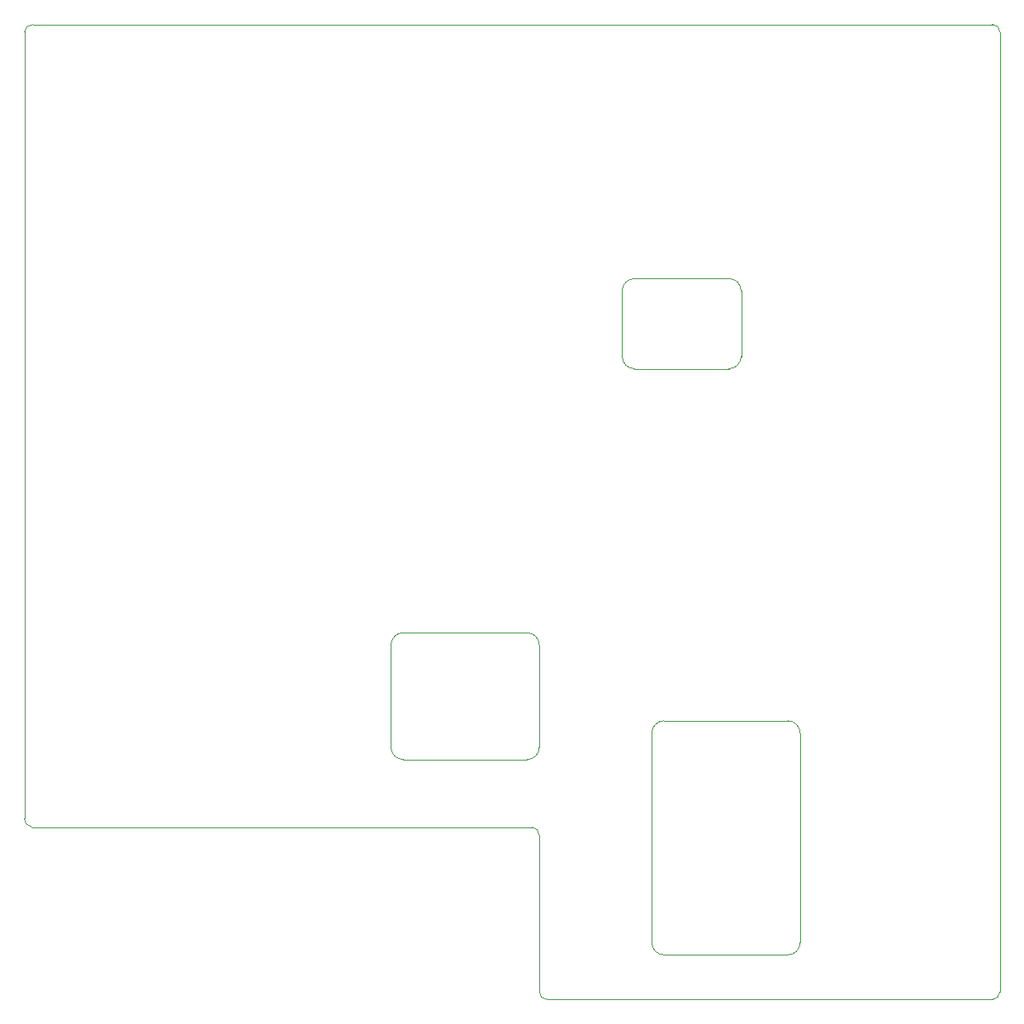
<source format=gbr>
%TF.GenerationSoftware,KiCad,Pcbnew,6.0.9-8da3e8f707~117~ubuntu20.04.1*%
%TF.CreationDate,2022-12-25T13:31:21+01:00*%
%TF.ProjectId,arrow_deca_retro_cape,6172726f-775f-4646-9563-615f72657472,0.90*%
%TF.SameCoordinates,Original*%
%TF.FileFunction,Profile,NP*%
%FSLAX46Y46*%
G04 Gerber Fmt 4.6, Leading zero omitted, Abs format (unit mm)*
G04 Created by KiCad (PCBNEW 6.0.9-8da3e8f707~117~ubuntu20.04.1) date 2022-12-25 13:31:21*
%MOMM*%
%LPD*%
G01*
G04 APERTURE LIST*
%TA.AperFunction,Profile*%
%ADD10C,0.050000*%
%TD*%
G04 APERTURE END LIST*
D10*
X161357174Y-111901974D02*
X148683148Y-111901974D01*
X120675987Y-104140000D02*
X120675987Y-114600000D01*
X144383944Y-74539956D02*
G75*
G03*
X145653930Y-75809956I1270056J56D01*
G01*
X134620013Y-115870000D02*
X121945987Y-115870000D01*
X145653930Y-66555830D02*
G75*
G03*
X144383930Y-67825904I-30J-1269970D01*
G01*
X156581996Y-67825904D02*
G75*
G03*
X155311956Y-66555904I-1269996J4D01*
G01*
X148683148Y-111902048D02*
G75*
G03*
X147413148Y-113171974I-48J-1269952D01*
G01*
X155311956Y-75809956D02*
G75*
G03*
X156581956Y-74539956I44J1269956D01*
G01*
X120676000Y-114600000D02*
G75*
G03*
X121945987Y-115870000I1270000J0D01*
G01*
X182341185Y-140461985D02*
G75*
G03*
X183103185Y-139700000I15J761985D01*
G01*
X83870000Y-122795000D02*
X135128000Y-122799000D01*
X147413148Y-113171974D02*
X147413148Y-134631974D01*
X145653930Y-75809956D02*
X155311956Y-75809956D01*
X135890013Y-104140000D02*
X135890013Y-114600000D01*
X145653930Y-66555904D02*
X155311956Y-66555904D01*
X161357174Y-135901974D02*
G75*
G03*
X162627174Y-134631974I26J1269974D01*
G01*
X156581956Y-67825904D02*
X156581956Y-74539956D01*
X83970000Y-40499000D02*
X182341185Y-40499000D01*
X183103200Y-41261000D02*
G75*
G03*
X182341185Y-40499000I-762000J0D01*
G01*
X135890000Y-104140000D02*
G75*
G03*
X134620013Y-102870000I-1270000J0D01*
G01*
X162627226Y-113171974D02*
G75*
G03*
X161357174Y-111901974I-1270026J-26D01*
G01*
X162627174Y-113171974D02*
X162627174Y-134631974D01*
X161357174Y-135901974D02*
X148683148Y-135901974D01*
X135890000Y-123655188D02*
X135890000Y-139700000D01*
X135890020Y-123655188D02*
G75*
G03*
X135128000Y-122799000I-862020J-12D01*
G01*
X83970000Y-40499029D02*
G75*
G03*
X83120000Y-41249000I0J-856671D01*
G01*
X134620013Y-102870000D02*
X121945987Y-102870000D01*
X144383930Y-67825904D02*
X144383930Y-74539956D01*
X147413126Y-134631974D02*
G75*
G03*
X148683148Y-135901974I1269974J-26D01*
G01*
X182341185Y-140462000D02*
X136652000Y-140462000D01*
X183103185Y-41261000D02*
X183103185Y-139700000D01*
X135890000Y-139700000D02*
G75*
G03*
X136652000Y-140462000I762000J0D01*
G01*
X134620013Y-115870013D02*
G75*
G03*
X135890013Y-114600000I-13J1270013D01*
G01*
X83120000Y-121945000D02*
G75*
G03*
X83870000Y-122795000I800000J-50000D01*
G01*
X121945987Y-102869987D02*
G75*
G03*
X120675987Y-104140000I13J-1270013D01*
G01*
X83120000Y-41249000D02*
X83120000Y-121945000D01*
M02*

</source>
